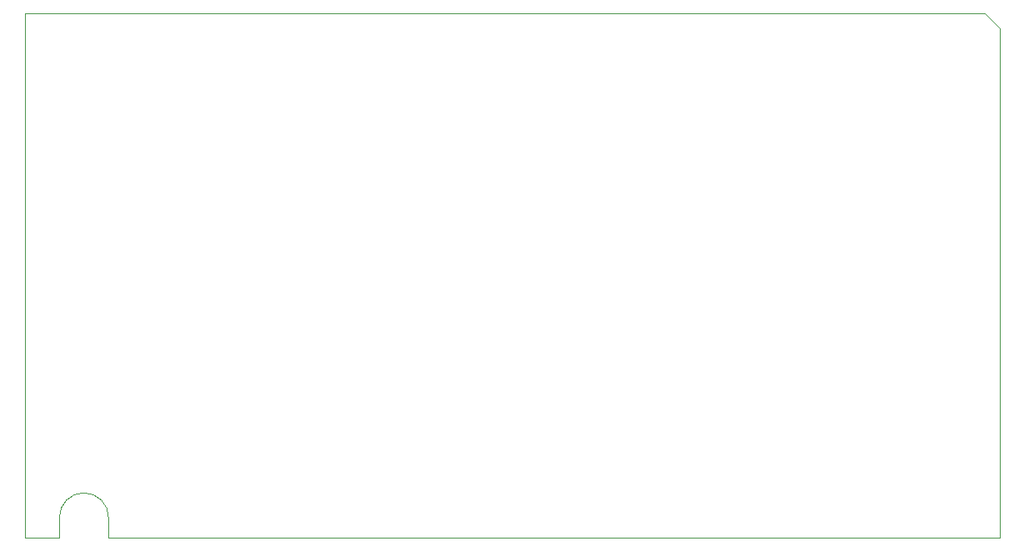
<source format=gbr>
G04 #@! TF.GenerationSoftware,KiCad,Pcbnew,7.0.6-0*
G04 #@! TF.CreationDate,2023-10-19T14:17:09+02:00*
G04 #@! TF.ProjectId,PSLab,50534c61-622e-46b6-9963-61645f706362,v6.0-beta*
G04 #@! TF.SameCoordinates,Original*
G04 #@! TF.FileFunction,Profile,NP*
%FSLAX46Y46*%
G04 Gerber Fmt 4.6, Leading zero omitted, Abs format (unit mm)*
G04 Created by KiCad (PCBNEW 7.0.6-0) date 2023-10-19 14:17:09*
%MOMM*%
%LPD*%
G01*
G04 APERTURE LIST*
G04 #@! TA.AperFunction,Profile*
%ADD10C,0.100000*%
G04 #@! TD*
G04 APERTURE END LIST*
D10*
X199030000Y-100000000D02*
X125600000Y-100000000D01*
X100000000Y-97350000D02*
X100000000Y-46690000D01*
X199030000Y-48210000D02*
X199030000Y-100000000D01*
X100000000Y-97350000D02*
X100000000Y-100000000D01*
X100000000Y-46690000D02*
X197510000Y-46690000D01*
X108500000Y-98000000D02*
X108500000Y-100000000D01*
X103500000Y-98000000D02*
X103500000Y-100000000D01*
X117400000Y-100000000D02*
X108500000Y-100000000D01*
X197510000Y-46690000D02*
X199030000Y-48210000D01*
X108500000Y-98000000D02*
G75*
G03*
X103500000Y-98000000I-2500000J31625D01*
G01*
X125600000Y-100000000D02*
X117400000Y-100000000D01*
X100000000Y-100000000D02*
X103500000Y-100000000D01*
M02*

</source>
